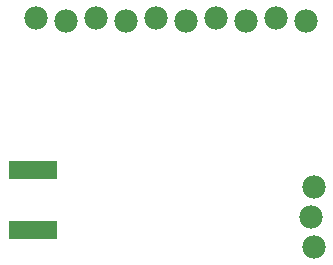
<source format=gbs>
G75*
G70*
%OFA0B0*%
%FSLAX24Y24*%
%IPPOS*%
%LPD*%
%AMOC8*
5,1,8,0,0,1.08239X$1,22.5*
%
%ADD10C,0.0780*%
%ADD11R,0.1640X0.0640*%
D10*
X002180Y008436D03*
X003180Y008536D03*
X004180Y008436D03*
X005180Y008536D03*
X006180Y008436D03*
X007180Y008536D03*
X008180Y008436D03*
X009180Y008536D03*
X010180Y008436D03*
X010460Y002912D03*
X010360Y001912D03*
X010460Y000912D03*
X001180Y008536D03*
D11*
X001079Y001463D03*
X001079Y003463D03*
M02*

</source>
